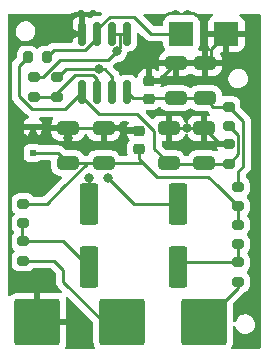
<source format=gbr>
%TF.GenerationSoftware,KiCad,Pcbnew,7.0.6-7.0.6~ubuntu22.04.1*%
%TF.CreationDate,2023-07-18T02:10:15-05:00*%
%TF.ProjectId,hydrophone_preamp,68796472-6f70-4686-9f6e-655f70726561,rev?*%
%TF.SameCoordinates,Original*%
%TF.FileFunction,Copper,L1,Top*%
%TF.FilePolarity,Positive*%
%FSLAX46Y46*%
G04 Gerber Fmt 4.6, Leading zero omitted, Abs format (unit mm)*
G04 Created by KiCad (PCBNEW 7.0.6-7.0.6~ubuntu22.04.1) date 2023-07-18 02:10:15*
%MOMM*%
%LPD*%
G01*
G04 APERTURE LIST*
G04 Aperture macros list*
%AMRoundRect*
0 Rectangle with rounded corners*
0 $1 Rounding radius*
0 $2 $3 $4 $5 $6 $7 $8 $9 X,Y pos of 4 corners*
0 Add a 4 corners polygon primitive as box body*
4,1,4,$2,$3,$4,$5,$6,$7,$8,$9,$2,$3,0*
0 Add four circle primitives for the rounded corners*
1,1,$1+$1,$2,$3*
1,1,$1+$1,$4,$5*
1,1,$1+$1,$6,$7*
1,1,$1+$1,$8,$9*
0 Add four rect primitives between the rounded corners*
20,1,$1+$1,$2,$3,$4,$5,0*
20,1,$1+$1,$4,$5,$6,$7,0*
20,1,$1+$1,$6,$7,$8,$9,0*
20,1,$1+$1,$8,$9,$2,$3,0*%
G04 Aperture macros list end*
%TA.AperFunction,SMDPad,CuDef*%
%ADD10RoundRect,0.250000X0.550000X-1.500000X0.550000X1.500000X-0.550000X1.500000X-0.550000X-1.500000X0*%
%TD*%
%TA.AperFunction,SMDPad,CuDef*%
%ADD11RoundRect,0.250002X-1.699998X-1.699998X1.699998X-1.699998X1.699998X1.699998X-1.699998X1.699998X0*%
%TD*%
%TA.AperFunction,SMDPad,CuDef*%
%ADD12R,0.500000X0.500000*%
%TD*%
%TA.AperFunction,SMDPad,CuDef*%
%ADD13RoundRect,0.200000X0.275000X-0.200000X0.275000X0.200000X-0.275000X0.200000X-0.275000X-0.200000X0*%
%TD*%
%TA.AperFunction,SMDPad,CuDef*%
%ADD14RoundRect,0.250000X0.650000X-0.325000X0.650000X0.325000X-0.650000X0.325000X-0.650000X-0.325000X0*%
%TD*%
%TA.AperFunction,SMDPad,CuDef*%
%ADD15RoundRect,0.250001X-0.799999X-0.799999X0.799999X-0.799999X0.799999X0.799999X-0.799999X0.799999X0*%
%TD*%
%TA.AperFunction,SMDPad,CuDef*%
%ADD16RoundRect,0.200000X-0.275000X0.200000X-0.275000X-0.200000X0.275000X-0.200000X0.275000X0.200000X0*%
%TD*%
%TA.AperFunction,SMDPad,CuDef*%
%ADD17RoundRect,0.225000X0.250000X-0.225000X0.250000X0.225000X-0.250000X0.225000X-0.250000X-0.225000X0*%
%TD*%
%TA.AperFunction,SMDPad,CuDef*%
%ADD18RoundRect,0.150000X-0.150000X0.825000X-0.150000X-0.825000X0.150000X-0.825000X0.150000X0.825000X0*%
%TD*%
%TA.AperFunction,SMDPad,CuDef*%
%ADD19RoundRect,0.200000X-0.200000X-0.275000X0.200000X-0.275000X0.200000X0.275000X-0.200000X0.275000X0*%
%TD*%
%TA.AperFunction,ViaPad*%
%ADD20C,0.800000*%
%TD*%
%TA.AperFunction,Conductor*%
%ADD21C,0.250000*%
%TD*%
G04 APERTURE END LIST*
D10*
%TO.P,C4,1*%
%TO.N,Net-(C4-Pad1)*%
X126200000Y-121800000D03*
%TO.P,C4,2*%
%TO.N,Net-(C4-Pad2)*%
X126200000Y-116400000D03*
%TD*%
D11*
%TO.P,J3,1,Pin_1*%
%TO.N,GND*%
X121800000Y-126400000D03*
%TD*%
D12*
%TO.P,D1,1,K*%
%TO.N,VCC_1*%
X121400480Y-112100000D03*
%TO.P,D1,2,A*%
%TO.N,GND*%
X121400480Y-109900000D03*
%TD*%
D13*
%TO.P,R8,1*%
%TO.N,VCC_1*%
X138800000Y-116625000D03*
%TO.P,R8,2*%
%TO.N,VCC2*%
X138800000Y-114975000D03*
%TD*%
D14*
%TO.P,C7,1*%
%TO.N,VCC_1*%
X124400480Y-112975000D03*
%TO.P,C7,2*%
%TO.N,GND*%
X124400480Y-110025000D03*
%TD*%
D15*
%TO.P,J6,1,Pin_1*%
%TO.N,GND*%
X137800000Y-102000000D03*
%TD*%
D16*
%TO.P,R10,1*%
%TO.N,Net-(C4-Pad1)*%
X120600000Y-119575000D03*
%TO.P,R10,2*%
%TO.N,XLR2*%
X120600000Y-121225000D03*
%TD*%
%TO.P,R9,1*%
%TO.N,Net-(C3-Pad1)*%
X138800000Y-121375000D03*
%TO.P,R9,2*%
%TO.N,XLR1*%
X138800000Y-123025000D03*
%TD*%
D17*
%TO.P,C5,1*%
%TO.N,VCC2*%
X131250000Y-107525000D03*
%TO.P,C5,2*%
%TO.N,GND*%
X131250000Y-105975000D03*
%TD*%
D16*
%TO.P,R6,1*%
%TO.N,VCC_1*%
X138800000Y-118175000D03*
%TO.P,R6,2*%
%TO.N,Net-(C3-Pad1)*%
X138800000Y-119825000D03*
%TD*%
D13*
%TO.P,R3,1*%
%TO.N,Net-(R2-Pad2)*%
X123500000Y-107325000D03*
%TO.P,R3,2*%
%TO.N,Net-(C4-Pad2)*%
X123500000Y-105675000D03*
%TD*%
D11*
%TO.P,J1,1,Pin_1*%
%TO.N,XLR1*%
X135900000Y-126400000D03*
%TD*%
D15*
%TO.P,J7,1,Pin_1*%
%TO.N,SIG*%
X134000000Y-102000000D03*
%TD*%
D17*
%TO.P,C10,1*%
%TO.N,VCC_1*%
X130400480Y-111775000D03*
%TO.P,C10,2*%
%TO.N,GND*%
X130400480Y-110225000D03*
%TD*%
D16*
%TO.P,R4,1*%
%TO.N,VCC2*%
X138000480Y-108175000D03*
%TO.P,R4,2*%
%TO.N,Net-(C1-Pad1)*%
X138000480Y-109825000D03*
%TD*%
D10*
%TO.P,C3,1*%
%TO.N,Net-(C3-Pad1)*%
X133700000Y-121800000D03*
%TO.P,C3,2*%
%TO.N,Net-(C3-Pad2)*%
X133700000Y-116400000D03*
%TD*%
D14*
%TO.P,C2,1*%
%TO.N,Net-(C1-Pad1)*%
X135900480Y-112975000D03*
%TO.P,C2,2*%
%TO.N,GND*%
X135900480Y-110025000D03*
%TD*%
D11*
%TO.P,J2,1,Pin_1*%
%TO.N,XLR2*%
X129000000Y-126400000D03*
%TD*%
D14*
%TO.P,C9,1*%
%TO.N,VCC_1*%
X127400480Y-112975000D03*
%TO.P,C9,2*%
%TO.N,GND*%
X127400480Y-110025000D03*
%TD*%
%TO.P,C8,1*%
%TO.N,VCC2*%
X136000000Y-107475000D03*
%TO.P,C8,2*%
%TO.N,GND*%
X136000000Y-104525000D03*
%TD*%
D16*
%TO.P,R7,1*%
%TO.N,VCC_1*%
X120600000Y-116425000D03*
%TO.P,R7,2*%
%TO.N,Net-(C4-Pad1)*%
X120600000Y-118075000D03*
%TD*%
D13*
%TO.P,R5,1*%
%TO.N,Net-(C1-Pad1)*%
X138000480Y-113025000D03*
%TO.P,R5,2*%
%TO.N,GND*%
X138000480Y-111375000D03*
%TD*%
D16*
%TO.P,R2,1*%
%TO.N,Net-(C3-Pad2)*%
X121500000Y-105675000D03*
%TO.P,R2,2*%
%TO.N,Net-(R2-Pad2)*%
X121500000Y-107325000D03*
%TD*%
D14*
%TO.P,C6,1*%
%TO.N,VCC2*%
X133500000Y-107475000D03*
%TO.P,C6,2*%
%TO.N,GND*%
X133500000Y-104525000D03*
%TD*%
%TO.P,C1,1*%
%TO.N,Net-(C1-Pad1)*%
X132900480Y-112975000D03*
%TO.P,C1,2*%
%TO.N,GND*%
X132900480Y-110025000D03*
%TD*%
D18*
%TO.P,U1,1*%
%TO.N,Net-(C3-Pad2)*%
X129405000Y-102025000D03*
%TO.P,U1,2,-*%
X128135000Y-102025000D03*
%TO.P,U1,3,+*%
%TO.N,SIG*%
X126865000Y-102025000D03*
%TO.P,U1,4,V-*%
%TO.N,GND*%
X125595000Y-102025000D03*
%TO.P,U1,5,+*%
%TO.N,Net-(C1-Pad1)*%
X125595000Y-106975000D03*
%TO.P,U1,6,-*%
%TO.N,Net-(R2-Pad2)*%
X126865000Y-106975000D03*
%TO.P,U1,7*%
%TO.N,Net-(C4-Pad2)*%
X128135000Y-106975000D03*
%TO.P,U1,8,V+*%
%TO.N,VCC2*%
X129405000Y-106975000D03*
%TD*%
D19*
%TO.P,R1,1*%
%TO.N,Net-(C1-Pad1)*%
X120975000Y-104000000D03*
%TO.P,R1,2*%
%TO.N,SIG*%
X122625000Y-104000000D03*
%TD*%
D20*
%TO.N,GND*%
X125000000Y-126400000D03*
X121800000Y-123400000D03*
X139800000Y-102000000D03*
%TO.N,Net-(C3-Pad2)*%
X128500000Y-103500000D03*
X127800000Y-114200000D03*
%TO.N,Net-(C4-Pad2)*%
X127001910Y-104974500D03*
X126200000Y-114200000D03*
%TO.N,GND*%
X124800000Y-102000000D03*
X134425480Y-110025000D03*
X121400480Y-110600000D03*
X124400480Y-110800000D03*
X129000000Y-110000000D03*
%TD*%
D21*
%TO.N,GND*%
X121800000Y-126400000D02*
X125000000Y-126400000D01*
X121800000Y-126400000D02*
X121800000Y-123400000D01*
X137800000Y-102000000D02*
X139800000Y-102000000D01*
%TO.N,XLR1*%
X138800000Y-123025000D02*
X138800000Y-123500000D01*
X138800000Y-123500000D02*
X135900000Y-126400000D01*
%TO.N,Net-(C3-Pad1)*%
X138800000Y-121375000D02*
X138800000Y-119825000D01*
X138800000Y-121375000D02*
X134125000Y-121375000D01*
X134125000Y-121375000D02*
X133700000Y-121800000D01*
%TO.N,Net-(C3-Pad2)*%
X121500000Y-105675000D02*
X122283217Y-105675000D01*
X123708217Y-104250000D02*
X127750000Y-104250000D01*
X127750000Y-104250000D02*
X128500000Y-103500000D01*
X129405000Y-102025000D02*
X128775000Y-102025000D01*
X128775000Y-102025000D02*
X128135000Y-102025000D01*
X128775000Y-103225000D02*
X128775000Y-102025000D01*
X122283217Y-105675000D02*
X123708217Y-104250000D01*
X128500000Y-103500000D02*
X128775000Y-103225000D01*
X133700000Y-116400000D02*
X130000000Y-116400000D01*
X130000000Y-116400000D02*
X127800000Y-114200000D01*
%TO.N,Net-(C4-Pad1)*%
X120600000Y-119575000D02*
X123575000Y-119575000D01*
X126200000Y-121800000D02*
X123975000Y-119575000D01*
X123975000Y-119575000D02*
X123575000Y-119575000D01*
X120500000Y-118075000D02*
X120500000Y-119475000D01*
X120500000Y-118075000D02*
X120600000Y-118075000D01*
%TO.N,Net-(C4-Pad2)*%
X128135000Y-105635000D02*
X128135000Y-106975000D01*
X124250000Y-105000000D02*
X127500000Y-105000000D01*
X123500000Y-105675000D02*
X123575000Y-105675000D01*
X123575000Y-105675000D02*
X124250000Y-105000000D01*
X127500000Y-105000000D02*
X128135000Y-105635000D01*
X126200000Y-116400000D02*
X126200000Y-114200000D01*
%TO.N,VCC_1*%
X122575000Y-116425000D02*
X120600000Y-116425000D01*
X136275000Y-114100000D02*
X131900000Y-114100000D01*
X127400480Y-112975000D02*
X124400480Y-112975000D01*
X138800000Y-118175000D02*
X138800000Y-116625000D01*
X131900000Y-114100000D02*
X130400480Y-112600480D01*
X138800000Y-116625000D02*
X137087500Y-114912500D01*
X124000000Y-115000000D02*
X122575000Y-116425000D01*
X130724040Y-112975000D02*
X127400480Y-112975000D01*
X124000000Y-115000000D02*
X126000000Y-113000000D01*
X130400480Y-112600480D02*
X130400480Y-111775000D01*
X137087500Y-114912500D02*
X136275000Y-114100000D01*
X123525480Y-112100000D02*
X121400480Y-112100000D01*
X124400480Y-112975000D02*
X123525480Y-112100000D01*
%TO.N,SIG*%
X123200000Y-103400000D02*
X125866072Y-103400000D01*
X126865000Y-101648928D02*
X126865000Y-102025000D01*
X134000000Y-102000000D02*
X131400000Y-102000000D01*
X131400000Y-102000000D02*
X130000000Y-100600000D01*
X125866072Y-103400000D02*
X126865000Y-102401072D01*
X126865000Y-102401072D02*
X126865000Y-102025000D01*
X127913928Y-100600000D02*
X126865000Y-101648928D01*
X130000000Y-100600000D02*
X127913928Y-100600000D01*
X122625000Y-104000000D02*
X122625000Y-103975000D01*
X122625000Y-103975000D02*
X123200000Y-103400000D01*
%TO.N,Net-(R2-Pad2)*%
X126865000Y-105865000D02*
X126865000Y-106975000D01*
X123500000Y-107325000D02*
X121500000Y-107325000D01*
X126500000Y-105500000D02*
X126865000Y-105865000D01*
X123500000Y-107000000D02*
X125000000Y-105500000D01*
X123500000Y-107325000D02*
X123500000Y-107000000D01*
X125000000Y-105500000D02*
X126500000Y-105500000D01*
%TO.N,XLR2*%
X123225000Y-121225000D02*
X124000000Y-122000000D01*
X127400000Y-126400000D02*
X129000000Y-126400000D01*
X120600000Y-121225000D02*
X123225000Y-121225000D01*
X124000000Y-123000000D02*
X127400000Y-126400000D01*
X124000000Y-122000000D02*
X124000000Y-123000000D01*
%TO.N,GND*%
X127400480Y-110025000D02*
X124400480Y-110025000D01*
X127400480Y-110025000D02*
X128975000Y-110025000D01*
X136500000Y-104525000D02*
X136500000Y-103300000D01*
X133500000Y-104525000D02*
X136500000Y-104525000D01*
X136500000Y-103300000D02*
X137800000Y-102000000D01*
X131250000Y-105975000D02*
X132050000Y-105975000D01*
X125595000Y-102025000D02*
X124825000Y-102025000D01*
X124400480Y-110025000D02*
X124275480Y-109900000D01*
X135900480Y-110025000D02*
X134425480Y-110025000D01*
X124825000Y-102025000D02*
X124800000Y-102000000D01*
X130200480Y-110025000D02*
X130400480Y-110225000D01*
X128975000Y-110025000D02*
X129000000Y-110000000D01*
X137250480Y-111375000D02*
X135900480Y-110025000D01*
X132900480Y-110025000D02*
X134425480Y-110025000D01*
X138000480Y-111375000D02*
X137250480Y-111375000D01*
X127400480Y-110025000D02*
X130200480Y-110025000D01*
X124275480Y-109900000D02*
X121400480Y-109900000D01*
X121400480Y-109900000D02*
X121400480Y-110600000D01*
X132050000Y-105975000D02*
X133500000Y-104525000D01*
%TO.N,Net-(C1-Pad1)*%
X124149108Y-108420892D02*
X125595000Y-106975000D01*
X138800000Y-112225480D02*
X138000480Y-113025000D01*
X127043928Y-108800000D02*
X130227618Y-108800000D01*
X138800000Y-110624520D02*
X138800000Y-112225480D01*
X138000480Y-113025000D02*
X132950480Y-113025000D01*
X123020892Y-108420892D02*
X124149108Y-108420892D01*
X132950480Y-113025000D02*
X132900480Y-112975000D01*
X131675960Y-110248342D02*
X131675960Y-111750480D01*
X125595000Y-107351072D02*
X127043928Y-108800000D01*
X120250000Y-107291783D02*
X120250000Y-105650000D01*
X125595000Y-106975000D02*
X125595000Y-107351072D01*
X123020892Y-108420892D02*
X121379109Y-108420892D01*
X121379108Y-108420892D02*
X123020892Y-108420892D01*
X120250000Y-107291783D02*
X121379108Y-108420892D01*
X120250000Y-105650000D02*
X120250000Y-104725000D01*
X138000480Y-109825000D02*
X138800000Y-110624520D01*
X131675960Y-111750480D02*
X132900480Y-112975000D01*
X120250000Y-104725000D02*
X120975000Y-104000000D01*
X121379109Y-108420892D02*
X120250000Y-107291783D01*
X130227618Y-108800000D02*
X131675960Y-110248342D01*
%TO.N,VCC2*%
X136500000Y-107475000D02*
X129905000Y-107475000D01*
X139249520Y-113249520D02*
X139249520Y-109424040D01*
X139249520Y-109424040D02*
X138000480Y-108175000D01*
X138000480Y-108175000D02*
X136700000Y-108175000D01*
X129905000Y-107475000D02*
X129405000Y-106975000D01*
X138800000Y-113699040D02*
X139249520Y-113249520D01*
X136700000Y-108175000D02*
X136000000Y-107475000D01*
X138800000Y-114975000D02*
X138800000Y-113699040D01*
%TD*%
%TA.AperFunction,Conductor*%
%TO.N,GND*%
G36*
X125603059Y-100020002D02*
G01*
X125617450Y-100030775D01*
X125617856Y-100031127D01*
X125617857Y-100031128D01*
X125726627Y-100125377D01*
X125857543Y-100185165D01*
X125964201Y-100200500D01*
X125964205Y-100200500D01*
X126035795Y-100200500D01*
X126035799Y-100200500D01*
X126142457Y-100185165D01*
X126273373Y-100125377D01*
X126382143Y-100031128D01*
X126382143Y-100031127D01*
X126382550Y-100030775D01*
X126447131Y-100001282D01*
X126465062Y-100000000D01*
X126534938Y-100000000D01*
X126603059Y-100020002D01*
X126617450Y-100030775D01*
X126617856Y-100031127D01*
X126617857Y-100031128D01*
X126726627Y-100125377D01*
X126857543Y-100185165D01*
X126964201Y-100200500D01*
X126964205Y-100200500D01*
X127035799Y-100200500D01*
X127076807Y-100194604D01*
X127093932Y-100192142D01*
X127164206Y-100202245D01*
X127187799Y-100216311D01*
X127194127Y-100221090D01*
X127236433Y-100278105D01*
X127241198Y-100348942D01*
X127207288Y-100410733D01*
X127113428Y-100504595D01*
X127051117Y-100538620D01*
X127024332Y-100541500D01*
X126648494Y-100541500D01*
X126611170Y-100544437D01*
X126451396Y-100590856D01*
X126308186Y-100675551D01*
X126306802Y-100676625D01*
X126305520Y-100677127D01*
X126301371Y-100679582D01*
X126300974Y-100678912D01*
X126240713Y-100702564D01*
X126171093Y-100688655D01*
X126152362Y-100676616D01*
X126151498Y-100675946D01*
X126008401Y-100591318D01*
X125849000Y-100545007D01*
X125849000Y-102153000D01*
X125828998Y-102221121D01*
X125775342Y-102267614D01*
X125723000Y-102279000D01*
X124787001Y-102279000D01*
X124787001Y-102640500D01*
X124766999Y-102708621D01*
X124713343Y-102755114D01*
X124661001Y-102766500D01*
X123283853Y-102766500D01*
X123268011Y-102764750D01*
X123267984Y-102765044D01*
X123260091Y-102764297D01*
X123190028Y-102766500D01*
X123160144Y-102766500D01*
X123160140Y-102766500D01*
X123160129Y-102766501D01*
X123153190Y-102767377D01*
X123147277Y-102767843D01*
X123100114Y-102769325D01*
X123100107Y-102769327D01*
X123080649Y-102774979D01*
X123061304Y-102778985D01*
X123041206Y-102781525D01*
X123041197Y-102781527D01*
X122997331Y-102798894D01*
X122991716Y-102800817D01*
X122946408Y-102813981D01*
X122928964Y-102824297D01*
X122911218Y-102832990D01*
X122892382Y-102840448D01*
X122854209Y-102868181D01*
X122849248Y-102871440D01*
X122808638Y-102895458D01*
X122794311Y-102909784D01*
X122779285Y-102922617D01*
X122762895Y-102934525D01*
X122762893Y-102934527D01*
X122732808Y-102970892D01*
X122728812Y-102975283D01*
X122724499Y-102979595D01*
X122662187Y-103013621D01*
X122635404Y-103016500D01*
X122367738Y-103016500D01*
X122296353Y-103022986D01*
X122296352Y-103022986D01*
X122132093Y-103074170D01*
X122132088Y-103074172D01*
X121984844Y-103163184D01*
X121984839Y-103163188D01*
X121889095Y-103258933D01*
X121826783Y-103292959D01*
X121755968Y-103287894D01*
X121710905Y-103258933D01*
X121615160Y-103163188D01*
X121615155Y-103163184D01*
X121548249Y-103122738D01*
X121467913Y-103074173D01*
X121467912Y-103074172D01*
X121467911Y-103074172D01*
X121467906Y-103074170D01*
X121303646Y-103022986D01*
X121251722Y-103018268D01*
X121232265Y-103016500D01*
X121232262Y-103016500D01*
X120717738Y-103016500D01*
X120646353Y-103022986D01*
X120646352Y-103022986D01*
X120482093Y-103074170D01*
X120482088Y-103074172D01*
X120334844Y-103163184D01*
X120334839Y-103163188D01*
X120213188Y-103284839D01*
X120213184Y-103284844D01*
X120124172Y-103432088D01*
X120124170Y-103432093D01*
X120072986Y-103596353D01*
X120066500Y-103667737D01*
X120066500Y-103960403D01*
X120046498Y-104028524D01*
X120029595Y-104049498D01*
X119861337Y-104217756D01*
X119848903Y-104227719D01*
X119849091Y-104227946D01*
X119842982Y-104232999D01*
X119795015Y-104284079D01*
X119773866Y-104305227D01*
X119769560Y-104310777D01*
X119765714Y-104315279D01*
X119733417Y-104349674D01*
X119733411Y-104349683D01*
X119723651Y-104367435D01*
X119712803Y-104383950D01*
X119700386Y-104399958D01*
X119681645Y-104443264D01*
X119679034Y-104448594D01*
X119656305Y-104489939D01*
X119656303Y-104489944D01*
X119651267Y-104509559D01*
X119644864Y-104528262D01*
X119636819Y-104546852D01*
X119629437Y-104593456D01*
X119628233Y-104599268D01*
X119616500Y-104644968D01*
X119616500Y-104665223D01*
X119614949Y-104684933D01*
X119611780Y-104704942D01*
X119611780Y-104704943D01*
X119616220Y-104751917D01*
X119616500Y-104757850D01*
X119616500Y-107207928D01*
X119614751Y-107223770D01*
X119615044Y-107223798D01*
X119614297Y-107231690D01*
X119616500Y-107301754D01*
X119616500Y-107331633D01*
X119616501Y-107331654D01*
X119617377Y-107338594D01*
X119617843Y-107344507D01*
X119619325Y-107391670D01*
X119619326Y-107391675D01*
X119624979Y-107411133D01*
X119628987Y-107430485D01*
X119631526Y-107450583D01*
X119648892Y-107494443D01*
X119650815Y-107500059D01*
X119663981Y-107545373D01*
X119663982Y-107545377D01*
X119674294Y-107562814D01*
X119682988Y-107580562D01*
X119690444Y-107599392D01*
X119690450Y-107599403D01*
X119718177Y-107637566D01*
X119721437Y-107642529D01*
X119741061Y-107675710D01*
X119744832Y-107682087D01*
X119745460Y-107683148D01*
X119759779Y-107697467D01*
X119772617Y-107712497D01*
X119784526Y-107728887D01*
X119784530Y-107728892D01*
X119820880Y-107758963D01*
X119825273Y-107762960D01*
X120871865Y-108809554D01*
X120881827Y-108821988D01*
X120882054Y-108821801D01*
X120887108Y-108827910D01*
X120938187Y-108875876D01*
X120959331Y-108897021D01*
X120959335Y-108897024D01*
X120959338Y-108897027D01*
X120964890Y-108901334D01*
X120969377Y-108905165D01*
X120983983Y-108918881D01*
X121003785Y-108937477D01*
X121003790Y-108937480D01*
X121006815Y-108939143D01*
X121008730Y-108941069D01*
X121010200Y-108942137D01*
X121010027Y-108942374D01*
X121056875Y-108989487D01*
X121071770Y-109058903D01*
X121046771Y-109125353D01*
X120990150Y-109167614D01*
X120904519Y-109199553D01*
X120904514Y-109199555D01*
X120787575Y-109287095D01*
X120700035Y-109404034D01*
X120700035Y-109404035D01*
X120648985Y-109540906D01*
X120642480Y-109601402D01*
X120642480Y-109650000D01*
X122158480Y-109650000D01*
X122158480Y-109601414D01*
X122158479Y-109601402D01*
X122151974Y-109540906D01*
X122100924Y-109404035D01*
X122100924Y-109404034D01*
X122013384Y-109287096D01*
X122005587Y-109281259D01*
X121963042Y-109224422D01*
X121957978Y-109153607D01*
X121992004Y-109091295D01*
X122054317Y-109057271D01*
X122081098Y-109054392D01*
X122940862Y-109054392D01*
X123032344Y-109054392D01*
X123100465Y-109074394D01*
X123146958Y-109128050D01*
X123157062Y-109198324D01*
X123139585Y-109246539D01*
X123058822Y-109377474D01*
X123003086Y-109545678D01*
X123003085Y-109545681D01*
X122992480Y-109649483D01*
X122992480Y-109771000D01*
X124528480Y-109771000D01*
X124596601Y-109791002D01*
X124643094Y-109844658D01*
X124654480Y-109897000D01*
X124654480Y-111108000D01*
X125100997Y-111108000D01*
X125100996Y-111107999D01*
X125204798Y-111097394D01*
X125204801Y-111097393D01*
X125373005Y-111041657D01*
X125523819Y-110948634D01*
X125523825Y-110948629D01*
X125649109Y-110823345D01*
X125649114Y-110823339D01*
X125742137Y-110672525D01*
X125780875Y-110555621D01*
X125821289Y-110497250D01*
X125886846Y-110469994D01*
X125956731Y-110482507D01*
X126008757Y-110530817D01*
X126020085Y-110555621D01*
X126058822Y-110672525D01*
X126151845Y-110823339D01*
X126151850Y-110823345D01*
X126277134Y-110948629D01*
X126277140Y-110948634D01*
X126427954Y-111041657D01*
X126596158Y-111097393D01*
X126596161Y-111097394D01*
X126699963Y-111107999D01*
X126699963Y-111108000D01*
X127146480Y-111108000D01*
X127146480Y-110279000D01*
X127654480Y-110279000D01*
X127654480Y-111108000D01*
X128100997Y-111108000D01*
X128100996Y-111107999D01*
X128204798Y-111097394D01*
X128204801Y-111097393D01*
X128373005Y-111041657D01*
X128523819Y-110948634D01*
X128523825Y-110948629D01*
X128649109Y-110823345D01*
X128649114Y-110823339D01*
X128742137Y-110672525D01*
X128797873Y-110504321D01*
X128797874Y-110504318D01*
X128808479Y-110400516D01*
X128808480Y-110400516D01*
X128808480Y-110279000D01*
X127654480Y-110279000D01*
X127146480Y-110279000D01*
X127146480Y-109897000D01*
X127166482Y-109828879D01*
X127220138Y-109782386D01*
X127272480Y-109771000D01*
X128808480Y-109771000D01*
X128808480Y-109649483D01*
X128800595Y-109572307D01*
X128813569Y-109502506D01*
X128862222Y-109450800D01*
X128925942Y-109433500D01*
X129412922Y-109433500D01*
X129481043Y-109453502D01*
X129527536Y-109507158D01*
X129537640Y-109577432D01*
X129520163Y-109625646D01*
X129481634Y-109688111D01*
X129481633Y-109688114D01*
X129427737Y-109850758D01*
X129427735Y-109850770D01*
X129417480Y-109951147D01*
X129417480Y-109971000D01*
X130450524Y-109971000D01*
X130518645Y-109991002D01*
X130539619Y-110007905D01*
X130617575Y-110085861D01*
X130651601Y-110148173D01*
X130654480Y-110174956D01*
X130654480Y-110353000D01*
X130634478Y-110421121D01*
X130580822Y-110467614D01*
X130528480Y-110479000D01*
X129417480Y-110479000D01*
X129417480Y-110498852D01*
X129427735Y-110599229D01*
X129427737Y-110599241D01*
X129481632Y-110761884D01*
X129571589Y-110907728D01*
X129571594Y-110907734D01*
X129574412Y-110910552D01*
X129575728Y-110912963D01*
X129576142Y-110913486D01*
X129576052Y-110913556D01*
X129608438Y-110972864D01*
X129603373Y-111043679D01*
X129574412Y-111088742D01*
X129571200Y-111091953D01*
X129571195Y-111091959D01*
X129481178Y-111237899D01*
X129427243Y-111400666D01*
X129416980Y-111501119D01*
X129416980Y-112048880D01*
X129416979Y-112048880D01*
X129427243Y-112149333D01*
X129436036Y-112175868D01*
X129438476Y-112246823D01*
X129402167Y-112307833D01*
X129338638Y-112339528D01*
X129316431Y-112341500D01*
X128821700Y-112341500D01*
X128753579Y-112321498D01*
X128714459Y-112281647D01*
X128703071Y-112263184D01*
X128649510Y-112176348D01*
X128649509Y-112176347D01*
X128649504Y-112176341D01*
X128524138Y-112050975D01*
X128524132Y-112050970D01*
X128520731Y-112048872D01*
X128373218Y-111957885D01*
X128289061Y-111929999D01*
X128204907Y-111902113D01*
X128204900Y-111902112D01*
X128101033Y-111891500D01*
X126699935Y-111891500D01*
X126596054Y-111902112D01*
X126427741Y-111957885D01*
X126276827Y-112050970D01*
X126276821Y-112050975D01*
X126151455Y-112176341D01*
X126151450Y-112176347D01*
X126086501Y-112281647D01*
X126033715Y-112329125D01*
X125979260Y-112341500D01*
X125821700Y-112341500D01*
X125753579Y-112321498D01*
X125714459Y-112281647D01*
X125703071Y-112263184D01*
X125649510Y-112176348D01*
X125649509Y-112176347D01*
X125649504Y-112176341D01*
X125524138Y-112050975D01*
X125524132Y-112050970D01*
X125520731Y-112048872D01*
X125373218Y-111957885D01*
X125289061Y-111929999D01*
X125204907Y-111902113D01*
X125204900Y-111902112D01*
X125101033Y-111891500D01*
X125101025Y-111891500D01*
X124265076Y-111891500D01*
X124196955Y-111871498D01*
X124175981Y-111854596D01*
X124032725Y-111711341D01*
X124022760Y-111698902D01*
X124022533Y-111699091D01*
X124017479Y-111692981D01*
X123966400Y-111645015D01*
X123945257Y-111623871D01*
X123945252Y-111623866D01*
X123939705Y-111619563D01*
X123935197Y-111615712D01*
X123900805Y-111583417D01*
X123900799Y-111583413D01*
X123883043Y-111573651D01*
X123866527Y-111562802D01*
X123850521Y-111550386D01*
X123819769Y-111537078D01*
X123807220Y-111531648D01*
X123801888Y-111529036D01*
X123760541Y-111506305D01*
X123740916Y-111501266D01*
X123722216Y-111494864D01*
X123706527Y-111488075D01*
X123703625Y-111486819D01*
X123703623Y-111486818D01*
X123703622Y-111486818D01*
X123657022Y-111479437D01*
X123651209Y-111478233D01*
X123605510Y-111466500D01*
X123585256Y-111466500D01*
X123565546Y-111464949D01*
X123545537Y-111461780D01*
X123545536Y-111461780D01*
X123498563Y-111466220D01*
X123492630Y-111466500D01*
X122028642Y-111466500D01*
X121960521Y-111446498D01*
X121953133Y-111441368D01*
X121896687Y-111399112D01*
X121896682Y-111399110D01*
X121759684Y-111348011D01*
X121759676Y-111348009D01*
X121699129Y-111341500D01*
X121699118Y-111341500D01*
X121101842Y-111341500D01*
X121101830Y-111341500D01*
X121041283Y-111348009D01*
X121041275Y-111348011D01*
X120904277Y-111399110D01*
X120904272Y-111399112D01*
X120787218Y-111486738D01*
X120699592Y-111603792D01*
X120699590Y-111603797D01*
X120648491Y-111740795D01*
X120648489Y-111740803D01*
X120641980Y-111801350D01*
X120641980Y-112398649D01*
X120648489Y-112459196D01*
X120648491Y-112459204D01*
X120699590Y-112596202D01*
X120699592Y-112596207D01*
X120787218Y-112713261D01*
X120904272Y-112800887D01*
X120904274Y-112800888D01*
X120904276Y-112800889D01*
X120921084Y-112807158D01*
X121041275Y-112851988D01*
X121041283Y-112851990D01*
X121101830Y-112858499D01*
X121101835Y-112858499D01*
X121101842Y-112858500D01*
X121101848Y-112858500D01*
X121699112Y-112858500D01*
X121699118Y-112858500D01*
X121699125Y-112858499D01*
X121699129Y-112858499D01*
X121759676Y-112851990D01*
X121759679Y-112851989D01*
X121759681Y-112851989D01*
X121896684Y-112800889D01*
X121953132Y-112758632D01*
X122019653Y-112733821D01*
X122028642Y-112733500D01*
X122865980Y-112733500D01*
X122934101Y-112753502D01*
X122980594Y-112807158D01*
X122991980Y-112859500D01*
X122991980Y-113350544D01*
X123002592Y-113454425D01*
X123058365Y-113622738D01*
X123151450Y-113773652D01*
X123151455Y-113773658D01*
X123276821Y-113899024D01*
X123276827Y-113899029D01*
X123276828Y-113899030D01*
X123427742Y-113992115D01*
X123596054Y-114047887D01*
X123699935Y-114058500D01*
X123741402Y-114058499D01*
X123809521Y-114078500D01*
X123856015Y-114132154D01*
X123866121Y-114202428D01*
X123836629Y-114267009D01*
X123830499Y-114273594D01*
X123590915Y-114513179D01*
X123590914Y-114513178D01*
X123590912Y-114513182D01*
X122349500Y-115754595D01*
X122287188Y-115788620D01*
X122260405Y-115791500D01*
X121495662Y-115791500D01*
X121427541Y-115771498D01*
X121406567Y-115754595D01*
X121315160Y-115663188D01*
X121315155Y-115663184D01*
X121167911Y-115574172D01*
X121167906Y-115574170D01*
X121003646Y-115522986D01*
X120951722Y-115518268D01*
X120932265Y-115516500D01*
X120932262Y-115516500D01*
X120267738Y-115516500D01*
X120196353Y-115522986D01*
X120196352Y-115522986D01*
X120032093Y-115574170D01*
X120032088Y-115574172D01*
X119884844Y-115663184D01*
X119884839Y-115663188D01*
X119763188Y-115784839D01*
X119763184Y-115784844D01*
X119674172Y-115932088D01*
X119674170Y-115932093D01*
X119622986Y-116096353D01*
X119616500Y-116167737D01*
X119616500Y-116682261D01*
X119622986Y-116753646D01*
X119622986Y-116753647D01*
X119674170Y-116917906D01*
X119674172Y-116917911D01*
X119674173Y-116917913D01*
X119746901Y-117038219D01*
X119763184Y-117065155D01*
X119763188Y-117065160D01*
X119858933Y-117160905D01*
X119892959Y-117223217D01*
X119887894Y-117294032D01*
X119858933Y-117339095D01*
X119763188Y-117434839D01*
X119763184Y-117434844D01*
X119674172Y-117582088D01*
X119674170Y-117582093D01*
X119622986Y-117746353D01*
X119616500Y-117817737D01*
X119616500Y-118332261D01*
X119622986Y-118403646D01*
X119622986Y-118403647D01*
X119674170Y-118567906D01*
X119674172Y-118567911D01*
X119674173Y-118567913D01*
X119722519Y-118647887D01*
X119763184Y-118715155D01*
X119763188Y-118715160D01*
X119783932Y-118735904D01*
X119817958Y-118798216D01*
X119812893Y-118869031D01*
X119783936Y-118914091D01*
X119763187Y-118934840D01*
X119763181Y-118934848D01*
X119674171Y-119082090D01*
X119674170Y-119082093D01*
X119622986Y-119246353D01*
X119616500Y-119317737D01*
X119616500Y-119832261D01*
X119622986Y-119903646D01*
X119622986Y-119903647D01*
X119674170Y-120067906D01*
X119674172Y-120067911D01*
X119674173Y-120067913D01*
X119726001Y-120153647D01*
X119763184Y-120215155D01*
X119763188Y-120215160D01*
X119858933Y-120310905D01*
X119892959Y-120373217D01*
X119887894Y-120444032D01*
X119858933Y-120489095D01*
X119763188Y-120584839D01*
X119763184Y-120584844D01*
X119674172Y-120732088D01*
X119674170Y-120732093D01*
X119622986Y-120896353D01*
X119616500Y-120967737D01*
X119616500Y-121482261D01*
X119622986Y-121553646D01*
X119622986Y-121553647D01*
X119674170Y-121717906D01*
X119674172Y-121717911D01*
X119674173Y-121717913D01*
X119759161Y-121858500D01*
X119763184Y-121865155D01*
X119763188Y-121865160D01*
X119884839Y-121986811D01*
X119884844Y-121986815D01*
X119884845Y-121986816D01*
X120032087Y-122075827D01*
X120196351Y-122127013D01*
X120267735Y-122133500D01*
X120932264Y-122133499D01*
X121003649Y-122127013D01*
X121167913Y-122075827D01*
X121315155Y-121986816D01*
X121354693Y-121947278D01*
X121406567Y-121895405D01*
X121468879Y-121861379D01*
X121495662Y-121858500D01*
X122910406Y-121858500D01*
X122978527Y-121878502D01*
X122999501Y-121895405D01*
X123329595Y-122225499D01*
X123363621Y-122287811D01*
X123366500Y-122314594D01*
X123366499Y-122916146D01*
X123364751Y-122931988D01*
X123365044Y-122932016D01*
X123364298Y-122939907D01*
X123366500Y-123009957D01*
X123366500Y-123039851D01*
X123366501Y-123039872D01*
X123367378Y-123046820D01*
X123367844Y-123052732D01*
X123369326Y-123099888D01*
X123369327Y-123099893D01*
X123374977Y-123119339D01*
X123378986Y-123138697D01*
X123381525Y-123158793D01*
X123381526Y-123158799D01*
X123398893Y-123202662D01*
X123400816Y-123208279D01*
X123413982Y-123253593D01*
X123424294Y-123271031D01*
X123432988Y-123288779D01*
X123440444Y-123307609D01*
X123440450Y-123307620D01*
X123468177Y-123345783D01*
X123471437Y-123350746D01*
X123495460Y-123391365D01*
X123509779Y-123405684D01*
X123522617Y-123420714D01*
X123532156Y-123433843D01*
X123534528Y-123437107D01*
X123555369Y-123454348D01*
X123570886Y-123467185D01*
X123575267Y-123471171D01*
X123769251Y-123665155D01*
X123880191Y-123776095D01*
X123914217Y-123838407D01*
X123909152Y-123909222D01*
X123866605Y-123966058D01*
X123800085Y-123990869D01*
X123751464Y-123984795D01*
X123654324Y-123952606D01*
X123654317Y-123952605D01*
X123550514Y-123942000D01*
X122054000Y-123942000D01*
X122054000Y-126146000D01*
X124258000Y-126146000D01*
X124258000Y-124649485D01*
X124247394Y-124545682D01*
X124247393Y-124545679D01*
X124215204Y-124448536D01*
X124212764Y-124377581D01*
X124249072Y-124316571D01*
X124312601Y-124284876D01*
X124383181Y-124292558D01*
X124423904Y-124319808D01*
X126504594Y-126400499D01*
X126538620Y-126462811D01*
X126541499Y-126489594D01*
X126541499Y-128150552D01*
X126552112Y-128254424D01*
X126552113Y-128254425D01*
X126607885Y-128422737D01*
X126660077Y-128507353D01*
X126678814Y-128575833D01*
X126657555Y-128643572D01*
X126603047Y-128689063D01*
X126552836Y-128699500D01*
X124246575Y-128699500D01*
X124178454Y-128679498D01*
X124131961Y-128625842D01*
X124121857Y-128555568D01*
X124139334Y-128507353D01*
X124191657Y-128422524D01*
X124247393Y-128254320D01*
X124247394Y-128254317D01*
X124257999Y-128150514D01*
X124258000Y-128150514D01*
X124258000Y-126654000D01*
X121672000Y-126654000D01*
X121603879Y-126633998D01*
X121557386Y-126580342D01*
X121546000Y-126528000D01*
X121546000Y-123942000D01*
X120049485Y-123942000D01*
X119945682Y-123952605D01*
X119945679Y-123952606D01*
X119777475Y-124008342D01*
X119626661Y-124101366D01*
X119515594Y-124212433D01*
X119453282Y-124246458D01*
X119382466Y-124241392D01*
X119325630Y-124198846D01*
X119300820Y-124132325D01*
X119300500Y-124123365D01*
X119300500Y-110150000D01*
X120642480Y-110150000D01*
X120642480Y-110198597D01*
X120648985Y-110259093D01*
X120700035Y-110395964D01*
X120700035Y-110395965D01*
X120787575Y-110512904D01*
X120904514Y-110600444D01*
X121041386Y-110651494D01*
X121101882Y-110657999D01*
X121101895Y-110658000D01*
X121150480Y-110658000D01*
X121150480Y-110150000D01*
X121650480Y-110150000D01*
X121650480Y-110658000D01*
X121699065Y-110658000D01*
X121699077Y-110657999D01*
X121759573Y-110651494D01*
X121896444Y-110600444D01*
X121896445Y-110600444D01*
X122013384Y-110512904D01*
X122100924Y-110395965D01*
X122100924Y-110395964D01*
X122144549Y-110279000D01*
X122992480Y-110279000D01*
X122992480Y-110400516D01*
X123003085Y-110504318D01*
X123003086Y-110504321D01*
X123058822Y-110672525D01*
X123151845Y-110823339D01*
X123151850Y-110823345D01*
X123277134Y-110948629D01*
X123277140Y-110948634D01*
X123427954Y-111041657D01*
X123596158Y-111097393D01*
X123596161Y-111097394D01*
X123699963Y-111107999D01*
X123699963Y-111108000D01*
X124146480Y-111108000D01*
X124146480Y-110279000D01*
X122992480Y-110279000D01*
X122144549Y-110279000D01*
X122151974Y-110259093D01*
X122158479Y-110198597D01*
X122158480Y-110198585D01*
X122158480Y-110150000D01*
X121650480Y-110150000D01*
X121150480Y-110150000D01*
X120642480Y-110150000D01*
X119300500Y-110150000D01*
X119300500Y-101754990D01*
X119969845Y-101754990D01*
X119978703Y-101918371D01*
X119979578Y-101934498D01*
X119979579Y-101934506D01*
X120027670Y-102107717D01*
X120027672Y-102107720D01*
X120027673Y-102107723D01*
X120111881Y-102266556D01*
X120228265Y-102403574D01*
X120371382Y-102512369D01*
X120534541Y-102587854D01*
X120534544Y-102587854D01*
X120534545Y-102587855D01*
X120561068Y-102593693D01*
X120710113Y-102626500D01*
X120710116Y-102626500D01*
X120844808Y-102626500D01*
X120844816Y-102626500D01*
X120899434Y-102620560D01*
X120978714Y-102611938D01*
X120978715Y-102611937D01*
X120978721Y-102611937D01*
X121149085Y-102554535D01*
X121303126Y-102461851D01*
X121433642Y-102338220D01*
X121534529Y-102189423D01*
X121601070Y-102022416D01*
X121630155Y-101845010D01*
X121626142Y-101771000D01*
X124787000Y-101771000D01*
X125341000Y-101771000D01*
X125341000Y-100545007D01*
X125181598Y-100591318D01*
X125038498Y-100675948D01*
X125038496Y-100675949D01*
X124920949Y-100793496D01*
X124920948Y-100793498D01*
X124836318Y-100936598D01*
X124789934Y-101096250D01*
X124787000Y-101133539D01*
X124787000Y-101771000D01*
X121626142Y-101771000D01*
X121620422Y-101665499D01*
X121603432Y-101604309D01*
X121572329Y-101492282D01*
X121572327Y-101492280D01*
X121572327Y-101492277D01*
X121488119Y-101333444D01*
X121371735Y-101196426D01*
X121228618Y-101087631D01*
X121065459Y-101012146D01*
X121065457Y-101012145D01*
X121065454Y-101012144D01*
X120889893Y-100973501D01*
X120889890Y-100973500D01*
X120889887Y-100973500D01*
X120755184Y-100973500D01*
X120755174Y-100973500D01*
X120621285Y-100988061D01*
X120621272Y-100988064D01*
X120450917Y-101045463D01*
X120450916Y-101045464D01*
X120296875Y-101138147D01*
X120166363Y-101261773D01*
X120166359Y-101261777D01*
X120065469Y-101410579D01*
X119998930Y-101577581D01*
X119998929Y-101577583D01*
X119971319Y-101746000D01*
X119969845Y-101754990D01*
X119300500Y-101754990D01*
X119300500Y-100426500D01*
X119320502Y-100358379D01*
X119374158Y-100311886D01*
X119426500Y-100300500D01*
X124540507Y-100300500D01*
X124561911Y-100303485D01*
X124571791Y-100304401D01*
X124571792Y-100304400D01*
X124571793Y-100304401D01*
X124581678Y-100303485D01*
X124610995Y-100300769D01*
X124616811Y-100300500D01*
X124627842Y-100300500D01*
X124627844Y-100300500D01*
X124638688Y-100298472D01*
X124644445Y-100297668D01*
X124683660Y-100294035D01*
X124683663Y-100294033D01*
X124693231Y-100291311D01*
X124701142Y-100288659D01*
X124710424Y-100285062D01*
X124710433Y-100285061D01*
X124743913Y-100264330D01*
X124748974Y-100261511D01*
X124784228Y-100243958D01*
X124784230Y-100243954D01*
X124792193Y-100237942D01*
X124798576Y-100232641D01*
X124805947Y-100225922D01*
X124805952Y-100225919D01*
X124805955Y-100225914D01*
X124807641Y-100224378D01*
X124811401Y-100222544D01*
X124815887Y-100219768D01*
X124816167Y-100220221D01*
X124871458Y-100193265D01*
X124910458Y-100192773D01*
X124964201Y-100200500D01*
X124964204Y-100200500D01*
X125035795Y-100200500D01*
X125035799Y-100200500D01*
X125142457Y-100185165D01*
X125273373Y-100125377D01*
X125382143Y-100031128D01*
X125382143Y-100031127D01*
X125382550Y-100030775D01*
X125447131Y-100001282D01*
X125465062Y-100000000D01*
X125534938Y-100000000D01*
X125603059Y-100020002D01*
G37*
%TD.AperFunction*%
%TA.AperFunction,Conductor*%
G36*
X133603059Y-100020002D02*
G01*
X133617450Y-100030775D01*
X133617856Y-100031127D01*
X133617857Y-100031128D01*
X133726627Y-100125377D01*
X133857543Y-100185165D01*
X133896615Y-100190782D01*
X133961194Y-100220275D01*
X133999578Y-100280002D01*
X133999578Y-100291047D01*
X134026094Y-100232988D01*
X134085820Y-100194604D01*
X134103378Y-100190783D01*
X134142457Y-100185165D01*
X134273373Y-100125377D01*
X134382143Y-100031128D01*
X134382143Y-100031127D01*
X134382550Y-100030775D01*
X134447131Y-100001282D01*
X134465062Y-100000000D01*
X134534938Y-100000000D01*
X134603059Y-100020002D01*
X134617450Y-100030775D01*
X134617856Y-100031127D01*
X134617857Y-100031128D01*
X134726627Y-100125377D01*
X134857543Y-100185165D01*
X134949940Y-100198449D01*
X134956142Y-100201282D01*
X134964629Y-100200500D01*
X135035799Y-100200500D01*
X135076807Y-100194604D01*
X135093932Y-100192142D01*
X135164206Y-100202245D01*
X135187793Y-100216307D01*
X135192377Y-100219768D01*
X135205503Y-100229680D01*
X135209967Y-100233388D01*
X135239067Y-100259916D01*
X135239068Y-100259916D01*
X135247517Y-100265147D01*
X135254832Y-100269222D01*
X135263734Y-100273654D01*
X135263736Y-100273656D01*
X135280947Y-100278552D01*
X135301600Y-100284429D01*
X135307110Y-100286275D01*
X135343827Y-100300500D01*
X135343830Y-100300501D01*
X135353572Y-100302322D01*
X135361911Y-100303485D01*
X135371791Y-100304401D01*
X135371792Y-100304400D01*
X135371793Y-100304401D01*
X135381678Y-100303485D01*
X135410995Y-100300769D01*
X135416811Y-100300500D01*
X136570151Y-100300500D01*
X136638272Y-100320502D01*
X136684765Y-100374158D01*
X136694869Y-100444432D01*
X136665375Y-100509012D01*
X136636298Y-100533741D01*
X136526660Y-100601366D01*
X136526654Y-100601371D01*
X136401371Y-100726654D01*
X136401366Y-100726660D01*
X136308342Y-100877474D01*
X136252606Y-101045678D01*
X136252605Y-101045681D01*
X136242000Y-101149484D01*
X136242000Y-101746000D01*
X139357999Y-101746000D01*
X139357999Y-101149492D01*
X139347394Y-101045681D01*
X139291657Y-100877474D01*
X139198633Y-100726660D01*
X139198628Y-100726654D01*
X139073345Y-100601371D01*
X139073339Y-100601366D01*
X138963702Y-100533741D01*
X138916224Y-100480955D01*
X138904821Y-100410880D01*
X138933114Y-100345764D01*
X138992119Y-100306282D01*
X139029849Y-100300500D01*
X140573500Y-100300500D01*
X140641621Y-100320502D01*
X140688114Y-100374158D01*
X140699500Y-100426500D01*
X140699500Y-128573500D01*
X140679498Y-128641621D01*
X140625842Y-128688114D01*
X140573500Y-128699500D01*
X138347164Y-128699500D01*
X138279043Y-128679498D01*
X138232550Y-128625842D01*
X138222446Y-128555568D01*
X138239923Y-128507353D01*
X138292114Y-128422737D01*
X138292185Y-128422524D01*
X138347887Y-128254425D01*
X138349066Y-128242882D01*
X138358500Y-128150552D01*
X138358500Y-126863039D01*
X138378502Y-126794918D01*
X138432158Y-126748425D01*
X138502432Y-126738321D01*
X138567012Y-126767815D01*
X138605396Y-126827541D01*
X138605907Y-126829331D01*
X138627670Y-126907715D01*
X138627672Y-126907720D01*
X138627673Y-126907723D01*
X138711881Y-127066556D01*
X138828265Y-127203574D01*
X138971382Y-127312369D01*
X139134541Y-127387854D01*
X139134544Y-127387854D01*
X139134545Y-127387855D01*
X139170807Y-127395836D01*
X139310113Y-127426500D01*
X139310116Y-127426500D01*
X139444808Y-127426500D01*
X139444816Y-127426500D01*
X139455743Y-127425311D01*
X139578714Y-127411938D01*
X139578715Y-127411937D01*
X139578721Y-127411937D01*
X139749085Y-127354535D01*
X139903126Y-127261851D01*
X140033642Y-127138220D01*
X140134529Y-126989423D01*
X140201070Y-126822416D01*
X140230155Y-126645010D01*
X140220422Y-126465499D01*
X140197319Y-126382288D01*
X140172329Y-126292282D01*
X140172327Y-126292280D01*
X140172327Y-126292277D01*
X140088119Y-126133444D01*
X139971735Y-125996426D01*
X139828618Y-125887631D01*
X139665459Y-125812146D01*
X139665457Y-125812145D01*
X139665454Y-125812144D01*
X139489893Y-125773501D01*
X139489890Y-125773500D01*
X139489887Y-125773500D01*
X139355184Y-125773500D01*
X139355174Y-125773500D01*
X139221285Y-125788061D01*
X139221272Y-125788064D01*
X139050917Y-125845463D01*
X139050916Y-125845464D01*
X138896875Y-125938147D01*
X138766363Y-126061773D01*
X138766359Y-126061777D01*
X138665469Y-126210579D01*
X138601551Y-126371004D01*
X138557756Y-126426883D01*
X138490702Y-126450214D01*
X138421679Y-126433590D01*
X138372602Y-126382288D01*
X138358500Y-126324367D01*
X138358500Y-124889594D01*
X138378502Y-124821473D01*
X138395400Y-124800503D01*
X139188659Y-124007243D01*
X139201093Y-123997284D01*
X139200905Y-123997057D01*
X139207009Y-123992005D01*
X139207018Y-123992000D01*
X139254999Y-123940904D01*
X139276134Y-123919770D01*
X139276134Y-123919769D01*
X139276464Y-123919440D01*
X139328073Y-123888241D01*
X139367913Y-123875827D01*
X139515155Y-123786816D01*
X139636816Y-123665155D01*
X139725827Y-123517913D01*
X139777013Y-123353649D01*
X139783500Y-123282265D01*
X139783499Y-122767736D01*
X139777013Y-122696351D01*
X139725827Y-122532087D01*
X139636816Y-122384845D01*
X139636815Y-122384844D01*
X139636811Y-122384839D01*
X139541067Y-122289095D01*
X139507041Y-122226783D01*
X139512106Y-122155968D01*
X139541067Y-122110905D01*
X139636811Y-122015160D01*
X139636816Y-122015155D01*
X139725827Y-121867913D01*
X139777013Y-121703649D01*
X139783500Y-121632265D01*
X139783499Y-121117736D01*
X139777013Y-121046351D01*
X139725827Y-120882087D01*
X139636816Y-120734845D01*
X139636815Y-120734844D01*
X139636811Y-120734839D01*
X139591066Y-120689094D01*
X139557040Y-120626782D01*
X139562105Y-120555967D01*
X139591063Y-120510907D01*
X139636816Y-120465155D01*
X139725827Y-120317913D01*
X139777013Y-120153649D01*
X139783500Y-120082265D01*
X139783499Y-119567736D01*
X139777013Y-119496351D01*
X139725827Y-119332087D01*
X139636816Y-119184845D01*
X139636815Y-119184844D01*
X139636811Y-119184839D01*
X139541067Y-119089095D01*
X139507041Y-119026783D01*
X139512106Y-118955968D01*
X139541067Y-118910905D01*
X139636811Y-118815160D01*
X139636816Y-118815155D01*
X139725827Y-118667913D01*
X139777013Y-118503649D01*
X139783500Y-118432265D01*
X139783499Y-117917736D01*
X139777013Y-117846351D01*
X139725827Y-117682087D01*
X139636816Y-117534845D01*
X139636815Y-117534844D01*
X139636811Y-117534839D01*
X139591066Y-117489094D01*
X139557040Y-117426782D01*
X139562105Y-117355967D01*
X139591063Y-117310907D01*
X139636816Y-117265155D01*
X139725827Y-117117913D01*
X139777013Y-116953649D01*
X139783500Y-116882265D01*
X139783499Y-116367736D01*
X139777013Y-116296351D01*
X139725827Y-116132087D01*
X139636816Y-115984845D01*
X139636815Y-115984844D01*
X139636811Y-115984839D01*
X139541067Y-115889095D01*
X139507041Y-115826783D01*
X139512106Y-115755968D01*
X139541067Y-115710905D01*
X139636811Y-115615160D01*
X139636816Y-115615155D01*
X139725827Y-115467913D01*
X139777013Y-115303649D01*
X139783500Y-115232265D01*
X139783499Y-114717736D01*
X139777013Y-114646351D01*
X139740124Y-114527969D01*
X139725829Y-114482093D01*
X139725827Y-114482088D01*
X139725827Y-114482087D01*
X139636816Y-114334845D01*
X139636815Y-114334844D01*
X139636811Y-114334839D01*
X139515158Y-114213186D01*
X139494314Y-114200585D01*
X139446366Y-114148225D01*
X139433500Y-114092757D01*
X139433500Y-114013634D01*
X139453502Y-113945513D01*
X139470400Y-113924543D01*
X139638179Y-113756763D01*
X139650613Y-113746804D01*
X139650425Y-113746577D01*
X139656529Y-113741525D01*
X139656538Y-113741520D01*
X139704519Y-113690424D01*
X139725654Y-113669290D01*
X139729949Y-113663752D01*
X139733791Y-113659251D01*
X139766106Y-113624841D01*
X139775865Y-113607087D01*
X139786717Y-113590566D01*
X139799133Y-113574561D01*
X139817867Y-113531268D01*
X139820481Y-113525932D01*
X139843214Y-113484581D01*
X139843215Y-113484580D01*
X139848253Y-113464955D01*
X139854658Y-113446250D01*
X139862701Y-113427665D01*
X139870081Y-113381067D01*
X139871282Y-113375260D01*
X139883020Y-113329550D01*
X139883020Y-113309295D01*
X139884571Y-113289583D01*
X139887740Y-113269577D01*
X139885149Y-113242171D01*
X139883300Y-113222600D01*
X139883020Y-113216668D01*
X139883020Y-109507895D01*
X139884769Y-109492054D01*
X139884476Y-109492027D01*
X139885221Y-109484134D01*
X139885222Y-109484131D01*
X139883020Y-109414081D01*
X139883020Y-109384184D01*
X139882139Y-109377218D01*
X139881675Y-109371322D01*
X139880193Y-109324150D01*
X139874542Y-109304703D01*
X139870532Y-109285340D01*
X139870142Y-109282250D01*
X139867994Y-109265243D01*
X139850619Y-109221360D01*
X139848699Y-109215751D01*
X139843994Y-109199555D01*
X139835538Y-109170447D01*
X139825225Y-109153009D01*
X139816530Y-109135262D01*
X139809072Y-109116423D01*
X139781341Y-109078255D01*
X139778082Y-109073295D01*
X139769789Y-109059272D01*
X139754062Y-109032677D01*
X139754061Y-109032675D01*
X139739738Y-109018352D01*
X139726897Y-109003319D01*
X139717528Y-108990424D01*
X139714992Y-108986933D01*
X139678628Y-108956850D01*
X139674256Y-108952871D01*
X139020884Y-108299498D01*
X138986858Y-108237187D01*
X138983979Y-108210404D01*
X138983979Y-107917738D01*
X138977493Y-107846353D01*
X138977493Y-107846352D01*
X138926309Y-107682093D01*
X138926307Y-107682088D01*
X138926307Y-107682087D01*
X138837296Y-107534845D01*
X138837295Y-107534844D01*
X138837291Y-107534839D01*
X138715640Y-107413188D01*
X138715635Y-107413184D01*
X138680050Y-107391672D01*
X138568393Y-107324173D01*
X138568392Y-107324172D01*
X138568391Y-107324172D01*
X138568386Y-107324170D01*
X138404126Y-107272986D01*
X138352202Y-107268268D01*
X138332745Y-107266500D01*
X138332742Y-107266500D01*
X137668218Y-107266500D01*
X137596833Y-107272986D01*
X137571981Y-107280730D01*
X137500994Y-107281898D01*
X137440644Y-107244501D01*
X137410093Y-107180414D01*
X137408499Y-107160434D01*
X137408499Y-107099455D01*
X137397887Y-106995574D01*
X137362107Y-106887595D01*
X137342115Y-106827262D01*
X137249030Y-106676348D01*
X137249029Y-106676347D01*
X137249024Y-106676341D01*
X137123658Y-106550975D01*
X137123652Y-106550970D01*
X137061070Y-106512369D01*
X136972738Y-106457885D01*
X136888581Y-106429998D01*
X136804427Y-106402113D01*
X136804420Y-106402112D01*
X136700553Y-106391500D01*
X135299455Y-106391500D01*
X135195574Y-106402112D01*
X135027261Y-106457885D01*
X134876347Y-106550970D01*
X134876341Y-106550975D01*
X134839095Y-106588222D01*
X134776783Y-106622248D01*
X134705968Y-106617183D01*
X134660905Y-106588222D01*
X134623658Y-106550975D01*
X134623652Y-106550970D01*
X134561070Y-106512369D01*
X134472738Y-106457885D01*
X134388581Y-106429999D01*
X134304427Y-106402113D01*
X134304420Y-106402112D01*
X134200553Y-106391500D01*
X132799455Y-106391500D01*
X132695574Y-106402112D01*
X132527259Y-106457886D01*
X132393903Y-106540141D01*
X132325424Y-106558878D01*
X132257685Y-106537618D01*
X132212194Y-106483111D01*
X132203393Y-106412662D01*
X132208153Y-106393266D01*
X132222742Y-106349238D01*
X132222744Y-106349229D01*
X132232999Y-106248852D01*
X132233000Y-106248852D01*
X132233000Y-106229000D01*
X131122000Y-106229000D01*
X131053879Y-106208998D01*
X131007386Y-106155342D01*
X130996000Y-106103000D01*
X130996000Y-105754990D01*
X137969845Y-105754990D01*
X137979578Y-105934498D01*
X137979579Y-105934506D01*
X138027670Y-106107717D01*
X138027672Y-106107720D01*
X138027673Y-106107723D01*
X138111881Y-106266556D01*
X138228265Y-106403574D01*
X138371382Y-106512369D01*
X138534541Y-106587854D01*
X138534544Y-106587854D01*
X138534545Y-106587855D01*
X138570807Y-106595836D01*
X138710113Y-106626500D01*
X138710116Y-106626500D01*
X138844808Y-106626500D01*
X138844816Y-106626500D01*
X138883913Y-106622248D01*
X138978714Y-106611938D01*
X138978715Y-106611937D01*
X138978721Y-106611937D01*
X139149085Y-106554535D01*
X139303126Y-106461851D01*
X139399524Y-106370537D01*
X139433636Y-106338226D01*
X139433640Y-106338222D01*
X139433640Y-106338221D01*
X139433642Y-106338220D01*
X139534529Y-106189423D01*
X139601070Y-106022416D01*
X139630155Y-105845010D01*
X139620422Y-105665499D01*
X139598140Y-105585247D01*
X139572329Y-105492282D01*
X139572327Y-105492280D01*
X139572327Y-105492277D01*
X139488119Y-105333444D01*
X139371735Y-105196426D01*
X139228618Y-105087631D01*
X139065459Y-105012146D01*
X139065457Y-105012145D01*
X139065454Y-105012144D01*
X138889893Y-104973501D01*
X138889890Y-104973500D01*
X138889887Y-104973500D01*
X138755184Y-104973500D01*
X138755174Y-104973500D01*
X138621285Y-104988061D01*
X138621272Y-104988064D01*
X138450917Y-105045463D01*
X138450916Y-105045464D01*
X138296875Y-105138147D01*
X138166363Y-105261773D01*
X138166359Y-105261777D01*
X138065469Y-105410579D01*
X137998930Y-105577581D01*
X137998929Y-105577583D01*
X137969845Y-105754990D01*
X130996000Y-105754990D01*
X130996000Y-105721000D01*
X131504000Y-105721000D01*
X132233000Y-105721000D01*
X132233000Y-105701147D01*
X132222045Y-105593923D01*
X132224392Y-105593683D01*
X132228856Y-105533849D01*
X132271576Y-105477143D01*
X132338172Y-105452536D01*
X132407499Y-105467840D01*
X132412923Y-105471001D01*
X132527474Y-105541657D01*
X132695678Y-105597393D01*
X132695681Y-105597394D01*
X132799483Y-105607999D01*
X132799483Y-105608000D01*
X133246000Y-105608000D01*
X133246000Y-104779000D01*
X133754000Y-104779000D01*
X133754000Y-105608000D01*
X134200517Y-105608000D01*
X134200516Y-105607999D01*
X134304318Y-105597394D01*
X134304321Y-105597393D01*
X134472525Y-105541657D01*
X134623339Y-105448634D01*
X134623345Y-105448629D01*
X134660905Y-105411070D01*
X134723217Y-105377044D01*
X134794032Y-105382109D01*
X134839095Y-105411070D01*
X134876654Y-105448629D01*
X134876660Y-105448634D01*
X135027474Y-105541657D01*
X135195678Y-105597393D01*
X135195681Y-105597394D01*
X135299483Y-105607999D01*
X135299483Y-105608000D01*
X135746000Y-105608000D01*
X135746000Y-104779000D01*
X136254000Y-104779000D01*
X136254000Y-105608000D01*
X136700517Y-105608000D01*
X136700516Y-105607999D01*
X136804318Y-105597394D01*
X136804321Y-105597393D01*
X136972525Y-105541657D01*
X137123339Y-105448634D01*
X137123345Y-105448629D01*
X137248629Y-105323345D01*
X137248634Y-105323339D01*
X137341657Y-105172525D01*
X137397393Y-105004321D01*
X137397394Y-105004318D01*
X137407999Y-104900516D01*
X137408000Y-104900516D01*
X137408000Y-104779000D01*
X136254000Y-104779000D01*
X135746000Y-104779000D01*
X133754000Y-104779000D01*
X133246000Y-104779000D01*
X132092000Y-104779000D01*
X132092000Y-104900516D01*
X132102605Y-105004323D01*
X132104021Y-105010935D01*
X132098720Y-105081734D01*
X132055983Y-105138427D01*
X131989381Y-105163015D01*
X131920057Y-105147692D01*
X131914665Y-105144548D01*
X131811884Y-105081152D01*
X131649241Y-105027257D01*
X131649229Y-105027255D01*
X131548852Y-105017000D01*
X131504000Y-105017000D01*
X131504000Y-105721000D01*
X130996000Y-105721000D01*
X130996000Y-105017000D01*
X130951147Y-105017000D01*
X130850770Y-105027255D01*
X130850758Y-105027257D01*
X130688115Y-105081152D01*
X130542271Y-105171109D01*
X130542265Y-105171114D01*
X130421114Y-105292265D01*
X130421109Y-105292271D01*
X130331152Y-105438115D01*
X130277257Y-105600758D01*
X130277255Y-105600770D01*
X130272667Y-105645677D01*
X130245845Y-105711411D01*
X130187741Y-105752209D01*
X130116804Y-105755118D01*
X130058225Y-105721964D01*
X129961810Y-105625549D01*
X129961803Y-105625544D01*
X129818605Y-105540856D01*
X129658829Y-105494437D01*
X129621506Y-105491500D01*
X129621502Y-105491500D01*
X129188498Y-105491500D01*
X129188494Y-105491500D01*
X129151170Y-105494437D01*
X128991394Y-105540856D01*
X128942718Y-105569644D01*
X128873902Y-105587104D01*
X128806571Y-105564587D01*
X128762101Y-105509243D01*
X128753572Y-105476981D01*
X128753474Y-105476203D01*
X128736103Y-105432329D01*
X128734189Y-105426740D01*
X128721019Y-105381407D01*
X128710703Y-105363964D01*
X128702005Y-105346209D01*
X128694552Y-105327383D01*
X128669042Y-105292271D01*
X128666818Y-105289210D01*
X128663558Y-105284247D01*
X128650269Y-105261777D01*
X128639542Y-105243638D01*
X128625214Y-105229310D01*
X128612384Y-105214289D01*
X128600472Y-105197893D01*
X128600469Y-105197891D01*
X128600469Y-105197890D01*
X128564113Y-105167813D01*
X128559721Y-105163817D01*
X128234999Y-104839094D01*
X128200973Y-104776782D01*
X128206038Y-104705967D01*
X128234997Y-104660905D01*
X128450499Y-104445404D01*
X128512812Y-104411379D01*
X128539595Y-104408500D01*
X128595487Y-104408500D01*
X128782288Y-104368794D01*
X128956752Y-104291118D01*
X129111253Y-104178866D01*
X129137710Y-104149483D01*
X129239034Y-104036951D01*
X129239035Y-104036949D01*
X129239040Y-104036944D01*
X129334527Y-103871556D01*
X129393542Y-103689928D01*
X129400752Y-103621327D01*
X129427766Y-103555672D01*
X129485988Y-103515043D01*
X129526062Y-103508500D01*
X129621506Y-103508500D01*
X129646387Y-103506541D01*
X129658831Y-103505562D01*
X129818601Y-103459145D01*
X129818603Y-103459143D01*
X129818605Y-103459143D01*
X129890203Y-103416799D01*
X129961807Y-103374453D01*
X130079453Y-103256807D01*
X130134822Y-103163184D01*
X130164143Y-103113605D01*
X130164143Y-103113603D01*
X130164145Y-103113601D01*
X130210562Y-102953831D01*
X130212081Y-102934527D01*
X130213500Y-102916506D01*
X130213500Y-102013595D01*
X130233502Y-101945474D01*
X130287158Y-101898981D01*
X130357432Y-101888877D01*
X130422012Y-101918371D01*
X130428591Y-101924495D01*
X130693515Y-102189420D01*
X130892758Y-102388663D01*
X130902720Y-102401097D01*
X130902947Y-102400910D01*
X130907999Y-102407017D01*
X130959079Y-102454984D01*
X130980223Y-102476129D01*
X130980227Y-102476132D01*
X130980230Y-102476135D01*
X130985782Y-102480442D01*
X130990269Y-102484273D01*
X131012959Y-102505581D01*
X131024677Y-102516585D01*
X131024679Y-102516586D01*
X131042428Y-102526343D01*
X131058953Y-102537198D01*
X131074959Y-102549614D01*
X131116686Y-102567670D01*
X131118262Y-102568352D01*
X131123583Y-102570958D01*
X131164940Y-102593695D01*
X131164948Y-102593697D01*
X131184558Y-102598732D01*
X131203267Y-102605137D01*
X131221855Y-102613181D01*
X131268477Y-102620564D01*
X131274262Y-102621763D01*
X131319970Y-102633500D01*
X131340224Y-102633500D01*
X131359934Y-102635051D01*
X131362141Y-102635400D01*
X131379943Y-102638220D01*
X131413870Y-102635012D01*
X131426917Y-102633780D01*
X131432850Y-102633500D01*
X132315500Y-102633500D01*
X132383621Y-102653502D01*
X132430114Y-102707158D01*
X132441500Y-102759500D01*
X132441500Y-102850552D01*
X132441499Y-102850552D01*
X132452112Y-102954421D01*
X132452112Y-102954423D01*
X132452113Y-102954425D01*
X132507885Y-103122738D01*
X132532833Y-103163184D01*
X132600970Y-103273651D01*
X132600975Y-103273657D01*
X132614510Y-103287192D01*
X132648536Y-103349504D01*
X132643471Y-103420319D01*
X132600924Y-103477155D01*
X132565049Y-103495891D01*
X132527477Y-103508341D01*
X132376660Y-103601365D01*
X132376654Y-103601370D01*
X132251370Y-103726654D01*
X132251365Y-103726660D01*
X132158342Y-103877474D01*
X132102606Y-104045678D01*
X132102605Y-104045681D01*
X132092000Y-104149483D01*
X132092000Y-104271000D01*
X135746000Y-104271000D01*
X135746000Y-103442000D01*
X135520949Y-103442000D01*
X135452828Y-103421998D01*
X135406335Y-103368342D01*
X135396231Y-103298068D01*
X135413709Y-103249853D01*
X135467167Y-103163184D01*
X135492115Y-103122738D01*
X135547887Y-102954425D01*
X135552448Y-102909784D01*
X135558500Y-102850552D01*
X135558500Y-102254000D01*
X136242001Y-102254000D01*
X136242001Y-102850507D01*
X136252605Y-102954318D01*
X136308342Y-103122525D01*
X136386880Y-103249853D01*
X136405617Y-103318332D01*
X136384358Y-103386071D01*
X136329851Y-103431563D01*
X136279639Y-103442000D01*
X136254000Y-103442000D01*
X136254000Y-104271000D01*
X137408000Y-104271000D01*
X137408000Y-104149483D01*
X137397394Y-104045681D01*
X137397393Y-104045678D01*
X137341657Y-103877474D01*
X137263120Y-103750146D01*
X137244383Y-103681667D01*
X137265642Y-103613928D01*
X137320149Y-103568436D01*
X137370361Y-103557999D01*
X137546000Y-103557999D01*
X137546000Y-102254000D01*
X138054000Y-102254000D01*
X138054000Y-103557999D01*
X138650507Y-103557999D01*
X138754318Y-103547394D01*
X138922525Y-103491657D01*
X139073339Y-103398633D01*
X139073345Y-103398628D01*
X139198628Y-103273345D01*
X139198633Y-103273339D01*
X139291657Y-103122525D01*
X139347393Y-102954321D01*
X139347394Y-102954318D01*
X139357999Y-102850515D01*
X139358000Y-102850515D01*
X139358000Y-102254000D01*
X138054000Y-102254000D01*
X137546000Y-102254000D01*
X136242001Y-102254000D01*
X135558500Y-102254000D01*
X135558500Y-101149447D01*
X135547898Y-101045681D01*
X135547887Y-101045575D01*
X135492115Y-100877262D01*
X135399030Y-100726349D01*
X135399029Y-100726348D01*
X135399024Y-100726342D01*
X135273657Y-100600975D01*
X135273651Y-100600970D01*
X135257252Y-100590855D01*
X135122738Y-100507885D01*
X134954425Y-100452113D01*
X134954423Y-100452112D01*
X134954421Y-100452112D01*
X134951822Y-100451847D01*
X134950320Y-100451234D01*
X134947698Y-100450673D01*
X134947798Y-100450205D01*
X134942482Y-100448036D01*
X134919200Y-100448514D01*
X134850544Y-100441500D01*
X134121318Y-100441500D01*
X134053197Y-100421498D01*
X134006704Y-100367842D01*
X133999578Y-100318280D01*
X133999578Y-100350998D01*
X133961195Y-100410724D01*
X133896614Y-100440217D01*
X133878682Y-100441500D01*
X133149456Y-100441500D01*
X133080799Y-100448514D01*
X133071747Y-100446831D01*
X133070869Y-100447396D01*
X133048178Y-100451847D01*
X133045578Y-100452112D01*
X132877262Y-100507885D01*
X132877260Y-100507886D01*
X132726348Y-100600970D01*
X132726342Y-100600975D01*
X132600975Y-100726342D01*
X132600970Y-100726348D01*
X132507886Y-100877260D01*
X132507885Y-100877262D01*
X132452112Y-101045578D01*
X132441500Y-101149447D01*
X132441500Y-101240500D01*
X132421498Y-101308621D01*
X132367842Y-101355114D01*
X132315500Y-101366500D01*
X131714594Y-101366500D01*
X131646473Y-101346498D01*
X131625503Y-101329599D01*
X130811498Y-100515593D01*
X130777474Y-100453283D01*
X130782539Y-100382467D01*
X130825086Y-100325632D01*
X130891606Y-100300821D01*
X130900595Y-100300500D01*
X132540507Y-100300500D01*
X132561911Y-100303485D01*
X132571791Y-100304401D01*
X132571792Y-100304400D01*
X132571793Y-100304401D01*
X132581678Y-100303485D01*
X132610995Y-100300769D01*
X132616811Y-100300500D01*
X132627842Y-100300500D01*
X132627844Y-100300500D01*
X132638688Y-100298472D01*
X132644445Y-100297668D01*
X132683660Y-100294035D01*
X132683663Y-100294033D01*
X132693231Y-100291311D01*
X132701142Y-100288659D01*
X132710424Y-100285062D01*
X132710433Y-100285061D01*
X132743913Y-100264330D01*
X132748974Y-100261511D01*
X132784228Y-100243958D01*
X132784230Y-100243954D01*
X132792193Y-100237942D01*
X132798576Y-100232641D01*
X132805947Y-100225922D01*
X132805952Y-100225919D01*
X132805955Y-100225914D01*
X132807641Y-100224378D01*
X132811401Y-100222544D01*
X132815887Y-100219768D01*
X132816167Y-100220221D01*
X132871458Y-100193265D01*
X132910458Y-100192773D01*
X132964201Y-100200500D01*
X132964204Y-100200500D01*
X133035371Y-100200500D01*
X133038798Y-100201506D01*
X133050053Y-100198450D01*
X133142457Y-100185165D01*
X133273373Y-100125377D01*
X133382143Y-100031128D01*
X133382143Y-100031127D01*
X133382550Y-100030775D01*
X133447131Y-100001282D01*
X133465062Y-100000000D01*
X133534938Y-100000000D01*
X133603059Y-100020002D01*
G37*
%TD.AperFunction*%
%TA.AperFunction,Conductor*%
G36*
X132180889Y-108210602D02*
G01*
X132237725Y-108253148D01*
X132244096Y-108262509D01*
X132250966Y-108273647D01*
X132250975Y-108273658D01*
X132376341Y-108399024D01*
X132376347Y-108399029D01*
X132376348Y-108399030D01*
X132527262Y-108492115D01*
X132695574Y-108547887D01*
X132799455Y-108558500D01*
X134200544Y-108558499D01*
X134304426Y-108547887D01*
X134472738Y-108492115D01*
X134623652Y-108399030D01*
X134660905Y-108361776D01*
X134723213Y-108327752D01*
X134794029Y-108332815D01*
X134839094Y-108361777D01*
X134876341Y-108399024D01*
X134876347Y-108399029D01*
X134876348Y-108399030D01*
X135027262Y-108492115D01*
X135195574Y-108547887D01*
X135299455Y-108558500D01*
X136133068Y-108558499D01*
X136201189Y-108578501D01*
X136219321Y-108592649D01*
X136259095Y-108629999D01*
X136280225Y-108651130D01*
X136285768Y-108655430D01*
X136290281Y-108659285D01*
X136324679Y-108691586D01*
X136324680Y-108691586D01*
X136324682Y-108691588D01*
X136342429Y-108701344D01*
X136358959Y-108712202D01*
X136364425Y-108716442D01*
X136405990Y-108773999D01*
X136409840Y-108844891D01*
X136374751Y-108906610D01*
X136311865Y-108939562D01*
X136287197Y-108942000D01*
X136154480Y-108942000D01*
X136154480Y-111108000D01*
X136600997Y-111108000D01*
X136600996Y-111107999D01*
X136704798Y-111097394D01*
X136704810Y-111097392D01*
X136851847Y-111048669D01*
X136922802Y-111046228D01*
X136983812Y-111082536D01*
X136988588Y-111092109D01*
X137017479Y-111121000D01*
X138040500Y-111121000D01*
X138108621Y-111141002D01*
X138155114Y-111194658D01*
X138166500Y-111247000D01*
X138166500Y-111503000D01*
X138146498Y-111571121D01*
X138092842Y-111617614D01*
X138040500Y-111629000D01*
X137017481Y-111629000D01*
X137017481Y-111632221D01*
X137023961Y-111703554D01*
X137057748Y-111811980D01*
X137058918Y-111882967D01*
X137021523Y-111943317D01*
X136957437Y-111973870D01*
X136887006Y-111964925D01*
X136876332Y-111959337D01*
X136873221Y-111957886D01*
X136704907Y-111902113D01*
X136704900Y-111902112D01*
X136601033Y-111891500D01*
X135199935Y-111891500D01*
X135096054Y-111902112D01*
X134927741Y-111957885D01*
X134776827Y-112050970D01*
X134776821Y-112050975D01*
X134651455Y-112176341D01*
X134651450Y-112176347D01*
X134607980Y-112246823D01*
X134558365Y-112327262D01*
X134558364Y-112327264D01*
X134555661Y-112331647D01*
X134502875Y-112379125D01*
X134448420Y-112391500D01*
X134352540Y-112391500D01*
X134284419Y-112371498D01*
X134245299Y-112331647D01*
X134242595Y-112327264D01*
X134242595Y-112327262D01*
X134149510Y-112176348D01*
X134149509Y-112176347D01*
X134149504Y-112176341D01*
X134024138Y-112050975D01*
X134024132Y-112050970D01*
X134020731Y-112048872D01*
X133873218Y-111957885D01*
X133789061Y-111929999D01*
X133704907Y-111902113D01*
X133704900Y-111902112D01*
X133601033Y-111891500D01*
X133601025Y-111891500D01*
X132765075Y-111891500D01*
X132696954Y-111871498D01*
X132675985Y-111854600D01*
X132346361Y-111524976D01*
X132312339Y-111462668D01*
X132309460Y-111435893D01*
X132309460Y-111233998D01*
X132329462Y-111165879D01*
X132383118Y-111119386D01*
X132435460Y-111108000D01*
X132646480Y-111108000D01*
X132646480Y-108942000D01*
X133154480Y-108942000D01*
X133154480Y-111108000D01*
X133600997Y-111108000D01*
X133600996Y-111107999D01*
X133704798Y-111097394D01*
X133704801Y-111097393D01*
X133873005Y-111041657D01*
X134023819Y-110948634D01*
X134023825Y-110948629D01*
X134149109Y-110823345D01*
X134149114Y-110823339D01*
X134242137Y-110672525D01*
X134280875Y-110555621D01*
X134321289Y-110497250D01*
X134386846Y-110469994D01*
X134456731Y-110482507D01*
X134508757Y-110530817D01*
X134520085Y-110555621D01*
X134558822Y-110672525D01*
X134651845Y-110823339D01*
X134651850Y-110823345D01*
X134777134Y-110948629D01*
X134777140Y-110948634D01*
X134927954Y-111041657D01*
X135096158Y-111097393D01*
X135096161Y-111097394D01*
X135199963Y-111107999D01*
X135199963Y-111108000D01*
X135646480Y-111108000D01*
X135646480Y-108942000D01*
X135199963Y-108942000D01*
X135096161Y-108952605D01*
X135096158Y-108952606D01*
X134927954Y-109008342D01*
X134777140Y-109101365D01*
X134777134Y-109101370D01*
X134651850Y-109226654D01*
X134651845Y-109226660D01*
X134558820Y-109377478D01*
X134520084Y-109494378D01*
X134479671Y-109552749D01*
X134414114Y-109580005D01*
X134344229Y-109567492D01*
X134292203Y-109519182D01*
X134280876Y-109494378D01*
X134242139Y-109377478D01*
X134149114Y-109226660D01*
X134149109Y-109226654D01*
X134023825Y-109101370D01*
X134023819Y-109101365D01*
X133873005Y-109008342D01*
X133704801Y-108952606D01*
X133704798Y-108952605D01*
X133600996Y-108942000D01*
X133154480Y-108942000D01*
X132646480Y-108942000D01*
X132199963Y-108942000D01*
X132096161Y-108952605D01*
X132096158Y-108952606D01*
X131927954Y-109008342D01*
X131777140Y-109101365D01*
X131690109Y-109188396D01*
X131627797Y-109222421D01*
X131556981Y-109217355D01*
X131511919Y-109188395D01*
X131022119Y-108698595D01*
X130988093Y-108636283D01*
X130993158Y-108565468D01*
X131035705Y-108508632D01*
X131102225Y-108483821D01*
X131111214Y-108483500D01*
X131548880Y-108483500D01*
X131621936Y-108476035D01*
X131649336Y-108473236D01*
X131812101Y-108419302D01*
X131958040Y-108329285D01*
X132047763Y-108239561D01*
X132110073Y-108205538D01*
X132180889Y-108210602D01*
G37*
%TD.AperFunction*%
%TD*%
M02*

</source>
